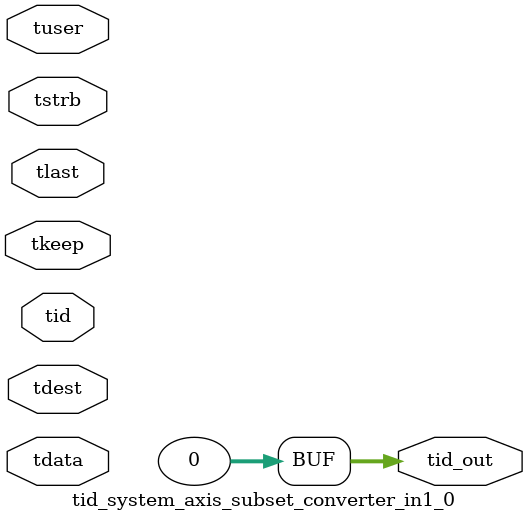
<source format=v>


`timescale 1ps/1ps

module tid_system_axis_subset_converter_in1_0 #
(
parameter C_S_AXIS_TID_WIDTH   = 1,
parameter C_S_AXIS_TUSER_WIDTH = 0,
parameter C_S_AXIS_TDATA_WIDTH = 0,
parameter C_S_AXIS_TDEST_WIDTH = 0,
parameter C_M_AXIS_TID_WIDTH   = 32
)
(
input  [(C_S_AXIS_TID_WIDTH   == 0 ? 1 : C_S_AXIS_TID_WIDTH)-1:0       ] tid,
input  [(C_S_AXIS_TDATA_WIDTH == 0 ? 1 : C_S_AXIS_TDATA_WIDTH)-1:0     ] tdata,
input  [(C_S_AXIS_TUSER_WIDTH == 0 ? 1 : C_S_AXIS_TUSER_WIDTH)-1:0     ] tuser,
input  [(C_S_AXIS_TDEST_WIDTH == 0 ? 1 : C_S_AXIS_TDEST_WIDTH)-1:0     ] tdest,
input  [(C_S_AXIS_TDATA_WIDTH/8)-1:0 ] tkeep,
input  [(C_S_AXIS_TDATA_WIDTH/8)-1:0 ] tstrb,
input                                                                    tlast,
output [(C_M_AXIS_TID_WIDTH   == 0 ? 1 : C_M_AXIS_TID_WIDTH)-1:0       ] tid_out
);

assign tid_out = {1'b0};

endmodule


</source>
